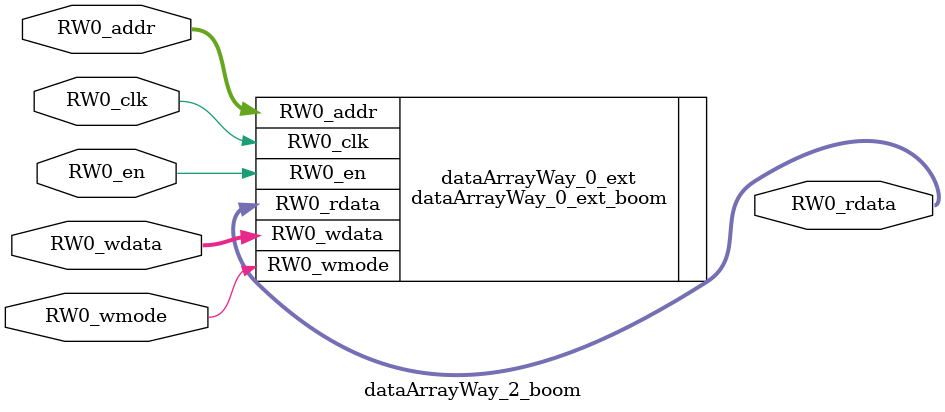
<source format=sv>
`ifndef RANDOMIZE
  `ifdef RANDOMIZE_REG_INIT
    `define RANDOMIZE
  `endif // RANDOMIZE_REG_INIT
`endif // not def RANDOMIZE
`ifndef RANDOMIZE
  `ifdef RANDOMIZE_MEM_INIT
    `define RANDOMIZE
  `endif // RANDOMIZE_MEM_INIT
`endif // not def RANDOMIZE

`ifndef RANDOM
  `define RANDOM $random
`endif // not def RANDOM

// Users can define 'PRINTF_COND' to add an extra gate to prints.
`ifndef PRINTF_COND_
  `ifdef PRINTF_COND
    `define PRINTF_COND_ (`PRINTF_COND)
  `else  // PRINTF_COND
    `define PRINTF_COND_ 1
  `endif // PRINTF_COND
`endif // not def PRINTF_COND_

// Users can define 'ASSERT_VERBOSE_COND' to add an extra gate to assert error printing.
`ifndef ASSERT_VERBOSE_COND_
  `ifdef ASSERT_VERBOSE_COND
    `define ASSERT_VERBOSE_COND_ (`ASSERT_VERBOSE_COND)
  `else  // ASSERT_VERBOSE_COND
    `define ASSERT_VERBOSE_COND_ 1
  `endif // ASSERT_VERBOSE_COND
`endif // not def ASSERT_VERBOSE_COND_

// Users can define 'STOP_COND' to add an extra gate to stop conditions.
`ifndef STOP_COND_
  `ifdef STOP_COND
    `define STOP_COND_ (`STOP_COND)
  `else  // STOP_COND
    `define STOP_COND_ 1
  `endif // STOP_COND
`endif // not def STOP_COND_

// Users can define INIT_RANDOM as general code that gets injected into the
// initializer block for modules with registers.
`ifndef INIT_RANDOM
  `define INIT_RANDOM
`endif // not def INIT_RANDOM

// If using random initialization, you can also define RANDOMIZE_DELAY to
// customize the delay used, otherwise 0.002 is used.
`ifndef RANDOMIZE_DELAY
  `define RANDOMIZE_DELAY 0.002
`endif // not def RANDOMIZE_DELAY

// Define INIT_RANDOM_PROLOG_ for use in our modules below.
`ifndef INIT_RANDOM_PROLOG_
  `ifdef RANDOMIZE
    `ifdef VERILATOR
      `define INIT_RANDOM_PROLOG_ `INIT_RANDOM
    `else  // VERILATOR
      `define INIT_RANDOM_PROLOG_ `INIT_RANDOM #`RANDOMIZE_DELAY begin end
    `endif // VERILATOR
  `else  // RANDOMIZE
    `define INIT_RANDOM_PROLOG_
  `endif // RANDOMIZE
`endif // not def INIT_RANDOM_PROLOG_

module dataArrayWay_2_boom(	// @[DescribedSRAM.scala:17:26]
  input  [8:0]  RW0_addr,
  input         RW0_en,
                RW0_clk,
                RW0_wmode,
  input  [63:0] RW0_wdata,
  output [63:0] RW0_rdata
);

  dataArrayWay_0_ext_boom dataArrayWay_0_ext (	// @[DescribedSRAM.scala:17:26]
    .RW0_addr  (RW0_addr),
    .RW0_en    (RW0_en),
    .RW0_clk   (RW0_clk),
    .RW0_wmode (RW0_wmode),
    .RW0_wdata (RW0_wdata),
    .RW0_rdata (RW0_rdata)
  );
endmodule


</source>
